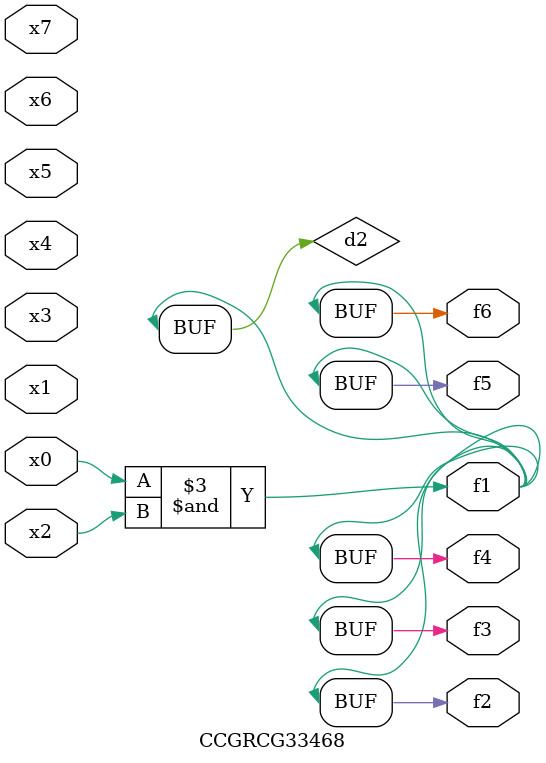
<source format=v>
module CCGRCG33468(
	input x0, x1, x2, x3, x4, x5, x6, x7,
	output f1, f2, f3, f4, f5, f6
);

	wire d1, d2;

	nor (d1, x3, x6);
	and (d2, x0, x2);
	assign f1 = d2;
	assign f2 = d2;
	assign f3 = d2;
	assign f4 = d2;
	assign f5 = d2;
	assign f6 = d2;
endmodule

</source>
